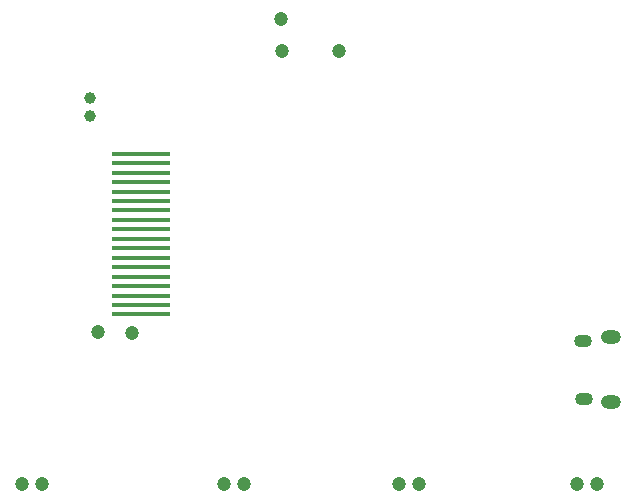
<source format=gbr>
G04 #@! TF.FileFunction,Soldermask,Bot*
%FSLAX46Y46*%
G04 Gerber Fmt 4.6, Leading zero omitted, Abs format (unit mm)*
G04 Created by KiCad (PCBNEW 4.0.4-stable) date Sun Apr  9 13:13:39 2017*
%MOMM*%
%LPD*%
G01*
G04 APERTURE LIST*
%ADD10C,0.250000*%
%ADD11O,1.500000X1.100000*%
%ADD12O,1.700000X1.200000*%
%ADD13R,5.000000X0.400000*%
%ADD14C,1.200000*%
%ADD15C,1.000000*%
G04 APERTURE END LIST*
D10*
D11*
X154850000Y-83800000D03*
X154800000Y-78860000D03*
D12*
X157170000Y-84040000D03*
X157170000Y-78580000D03*
D13*
X117350000Y-63050000D03*
X117350000Y-63850000D03*
X117350000Y-64650000D03*
X117350000Y-65450000D03*
X117350000Y-66250000D03*
X117350000Y-67050000D03*
X117350000Y-67850000D03*
X117350000Y-68650000D03*
X117350000Y-69450000D03*
X117350000Y-70250000D03*
X117350000Y-71050000D03*
X117350000Y-71850000D03*
X117350000Y-72650000D03*
X117350000Y-73450000D03*
X117350000Y-74250000D03*
X117350000Y-75050000D03*
X117350000Y-75850000D03*
X117350000Y-76650000D03*
D14*
X113700000Y-78150000D03*
X116625000Y-78225000D03*
X129200000Y-51625000D03*
X129360000Y-54320000D03*
X134110000Y-54340000D03*
X124400000Y-91000000D03*
X126100000Y-91000000D03*
X139225000Y-91000000D03*
X140925000Y-91000000D03*
X107325000Y-91000000D03*
X109025000Y-91000000D03*
X154325000Y-91000000D03*
X156025000Y-91000000D03*
D15*
X113100000Y-58320000D03*
X113100000Y-59820000D03*
M02*

</source>
